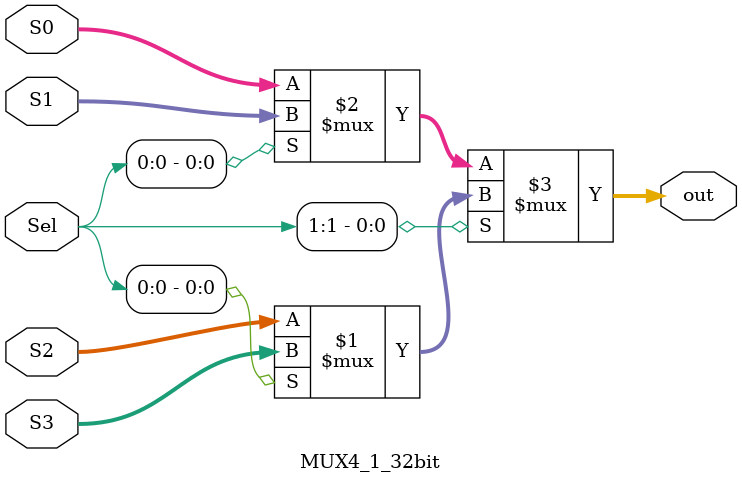
<source format=v>
module MUX4_1_32bit(Sel,S0,S1,S2,S3,out);
input [1:0] Sel;
input [31:0] S0,S1,S2,S3;
output [31:0]out;
assign out = (Sel[1]?(Sel[0]?S3:S2) : (Sel[0]?S1:S0));
endmodule
</source>
